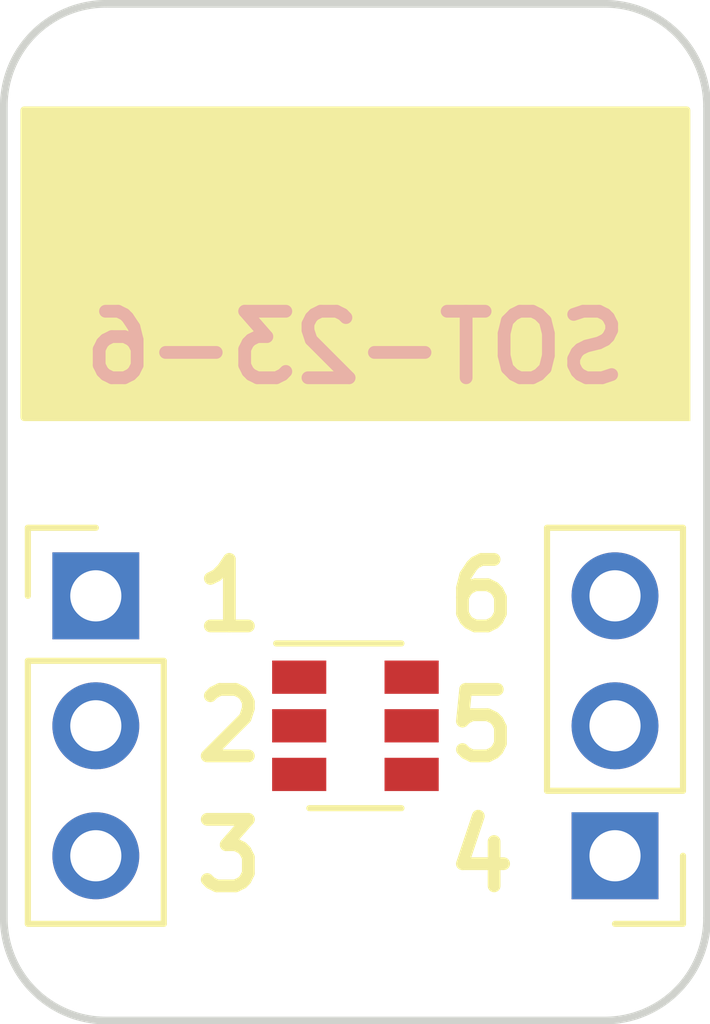
<source format=kicad_pcb>
(kicad_pcb (version 20171130) (host pcbnew 5.1.7-a382d34a8~87~ubuntu20.04.1)

  (general
    (thickness 1)
    (drawings 16)
    (tracks 0)
    (zones 0)
    (modules 3)
    (nets 7)
  )

  (page A4)
  (title_block
    (title BRK-SOT-23-6)
    (rev v1.0)
    (company https://gekkio.fi)
  )

  (layers
    (0 F.Cu signal)
    (31 B.Cu signal)
    (32 B.Adhes user)
    (33 F.Adhes user)
    (34 B.Paste user)
    (35 F.Paste user)
    (36 B.SilkS user)
    (37 F.SilkS user)
    (38 B.Mask user)
    (39 F.Mask user)
    (40 Dwgs.User user)
    (41 Cmts.User user)
    (42 Eco1.User user)
    (43 Eco2.User user)
    (44 Edge.Cuts user)
    (45 Margin user)
    (46 B.CrtYd user)
    (47 F.CrtYd user)
    (48 B.Fab user)
    (49 F.Fab user)
  )

  (setup
    (last_trace_width 0.25)
    (trace_clearance 0.2)
    (zone_clearance 0.508)
    (zone_45_only no)
    (trace_min 0.2)
    (via_size 0.8)
    (via_drill 0.4)
    (via_min_size 0.4)
    (via_min_drill 0.3)
    (uvia_size 0.3)
    (uvia_drill 0.1)
    (uvias_allowed no)
    (uvia_min_size 0.2)
    (uvia_min_drill 0.1)
    (edge_width 0.05)
    (segment_width 0.2)
    (pcb_text_width 0.3)
    (pcb_text_size 1.5 1.5)
    (mod_edge_width 0.12)
    (mod_text_size 1 1)
    (mod_text_width 0.15)
    (pad_size 1.524 1.524)
    (pad_drill 0.762)
    (pad_to_mask_clearance 0)
    (aux_axis_origin 0 0)
    (visible_elements FFFFFF7F)
    (pcbplotparams
      (layerselection 0x010fc_ffffffff)
      (usegerberextensions false)
      (usegerberattributes true)
      (usegerberadvancedattributes true)
      (creategerberjobfile true)
      (excludeedgelayer true)
      (linewidth 0.150000)
      (plotframeref false)
      (viasonmask false)
      (mode 1)
      (useauxorigin false)
      (hpglpennumber 1)
      (hpglpenspeed 20)
      (hpglpendiameter 15.000000)
      (psnegative false)
      (psa4output false)
      (plotreference true)
      (plotvalue true)
      (plotinvisibletext false)
      (padsonsilk false)
      (subtractmaskfromsilk false)
      (outputformat 1)
      (mirror false)
      (drillshape 0)
      (scaleselection 1)
      (outputdirectory "gerber/"))
  )

  (net 0 "")
  (net 1 PIN1)
  (net 2 PIN2)
  (net 3 PIN3)
  (net 4 PIN4)
  (net 5 PIN5)
  (net 6 PIN6)

  (net_class Default "This is the default net class."
    (clearance 0.2)
    (trace_width 0.25)
    (via_dia 0.8)
    (via_drill 0.4)
    (uvia_dia 0.3)
    (uvia_drill 0.1)
    (add_net PIN1)
    (add_net PIN2)
    (add_net PIN3)
    (add_net PIN4)
    (add_net PIN5)
    (add_net PIN6)
  )

  (module PinHeader_1x03_P2.54mm_Vertical (layer F.Cu) (tedit 59FED5CC) (tstamp 5F73AB4D)
    (at 105.08 102.54 180)
    (descr "Through hole straight pin header, 1x03, 2.54mm pitch, single row")
    (tags "Through hole pin header THT 1x03 2.54mm single row")
    (fp_text reference J2 (at 0 -2.33 180) (layer F.SilkS) hide
      (effects (font (size 1 1) (thickness 0.15)))
    )
    (fp_text value PinHeader_1x03_P2.54mm_Vertical (at 0 7.41 180) (layer F.Fab) hide
      (effects (font (size 1 1) (thickness 0.15)))
    )
    (fp_line (start 1.8 -1.8) (end -1.8 -1.8) (layer F.CrtYd) (width 0.05))
    (fp_line (start 1.8 6.85) (end 1.8 -1.8) (layer F.CrtYd) (width 0.05))
    (fp_line (start -1.8 6.85) (end 1.8 6.85) (layer F.CrtYd) (width 0.05))
    (fp_line (start -1.8 -1.8) (end -1.8 6.85) (layer F.CrtYd) (width 0.05))
    (fp_line (start -1.33 -1.33) (end 0 -1.33) (layer F.SilkS) (width 0.12))
    (fp_line (start -1.33 0) (end -1.33 -1.33) (layer F.SilkS) (width 0.12))
    (fp_line (start -1.33 1.27) (end 1.33 1.27) (layer F.SilkS) (width 0.12))
    (fp_line (start 1.33 1.27) (end 1.33 6.41) (layer F.SilkS) (width 0.12))
    (fp_line (start -1.33 1.27) (end -1.33 6.41) (layer F.SilkS) (width 0.12))
    (fp_line (start -1.33 6.41) (end 1.33 6.41) (layer F.SilkS) (width 0.12))
    (fp_line (start -1.27 -0.635) (end -0.635 -1.27) (layer F.Fab) (width 0.1))
    (fp_line (start -1.27 6.35) (end -1.27 -0.635) (layer F.Fab) (width 0.1))
    (fp_line (start 1.27 6.35) (end -1.27 6.35) (layer F.Fab) (width 0.1))
    (fp_line (start 1.27 -1.27) (end 1.27 6.35) (layer F.Fab) (width 0.1))
    (fp_line (start -0.635 -1.27) (end 1.27 -1.27) (layer F.Fab) (width 0.1))
    (fp_text user %R (at 0 2.54 270) (layer F.Fab)
      (effects (font (size 1 1) (thickness 0.15)))
    )
    (pad 3 thru_hole oval (at 0 5.08 180) (size 1.7 1.7) (drill 1) (layers *.Cu *.Mask)
      (net 6 PIN6))
    (pad 2 thru_hole oval (at 0 2.54 180) (size 1.7 1.7) (drill 1) (layers *.Cu *.Mask)
      (net 5 PIN5))
    (pad 1 thru_hole rect (at 0 0 180) (size 1.7 1.7) (drill 1) (layers *.Cu *.Mask)
      (net 4 PIN4))
    (model ${KISYS3DMOD}/Connector_PinHeader_2.54mm.3dshapes/PinHeader_1x03_P2.54mm_Vertical.wrl
      (at (xyz 0 0 0))
      (scale (xyz 1 1 1))
      (rotate (xyz 0 0 0))
    )
  )

  (module PinHeader_1x03_P2.54mm_Vertical (layer F.Cu) (tedit 59FED5CC) (tstamp 5F73AB37)
    (at 94.92 97.46)
    (descr "Through hole straight pin header, 1x03, 2.54mm pitch, single row")
    (tags "Through hole pin header THT 1x03 2.54mm single row")
    (fp_text reference J1 (at 0 -2.33) (layer F.SilkS) hide
      (effects (font (size 1 1) (thickness 0.15)))
    )
    (fp_text value PinHeader_1x03_P2.54mm_Vertical (at 0 7.41) (layer F.Fab) hide
      (effects (font (size 1 1) (thickness 0.15)))
    )
    (fp_line (start 1.8 -1.8) (end -1.8 -1.8) (layer F.CrtYd) (width 0.05))
    (fp_line (start 1.8 6.85) (end 1.8 -1.8) (layer F.CrtYd) (width 0.05))
    (fp_line (start -1.8 6.85) (end 1.8 6.85) (layer F.CrtYd) (width 0.05))
    (fp_line (start -1.8 -1.8) (end -1.8 6.85) (layer F.CrtYd) (width 0.05))
    (fp_line (start -1.33 -1.33) (end 0 -1.33) (layer F.SilkS) (width 0.12))
    (fp_line (start -1.33 0) (end -1.33 -1.33) (layer F.SilkS) (width 0.12))
    (fp_line (start -1.33 1.27) (end 1.33 1.27) (layer F.SilkS) (width 0.12))
    (fp_line (start 1.33 1.27) (end 1.33 6.41) (layer F.SilkS) (width 0.12))
    (fp_line (start -1.33 1.27) (end -1.33 6.41) (layer F.SilkS) (width 0.12))
    (fp_line (start -1.33 6.41) (end 1.33 6.41) (layer F.SilkS) (width 0.12))
    (fp_line (start -1.27 -0.635) (end -0.635 -1.27) (layer F.Fab) (width 0.1))
    (fp_line (start -1.27 6.35) (end -1.27 -0.635) (layer F.Fab) (width 0.1))
    (fp_line (start 1.27 6.35) (end -1.27 6.35) (layer F.Fab) (width 0.1))
    (fp_line (start 1.27 -1.27) (end 1.27 6.35) (layer F.Fab) (width 0.1))
    (fp_line (start -0.635 -1.27) (end 1.27 -1.27) (layer F.Fab) (width 0.1))
    (fp_text user %R (at 0 2.54 90) (layer F.Fab)
      (effects (font (size 1 1) (thickness 0.15)))
    )
    (pad 3 thru_hole oval (at 0 5.08) (size 1.7 1.7) (drill 1) (layers *.Cu *.Mask)
      (net 3 PIN3))
    (pad 2 thru_hole oval (at 0 2.54) (size 1.7 1.7) (drill 1) (layers *.Cu *.Mask)
      (net 2 PIN2))
    (pad 1 thru_hole rect (at 0 0) (size 1.7 1.7) (drill 1) (layers *.Cu *.Mask)
      (net 1 PIN1))
    (model ${KISYS3DMOD}/Connector_PinHeader_2.54mm.3dshapes/PinHeader_1x03_P2.54mm_Vertical.wrl
      (at (xyz 0 0 0))
      (scale (xyz 1 1 1))
      (rotate (xyz 0 0 0))
    )
  )

  (module SOT-23-6 (layer F.Cu) (tedit 5A02FF57) (tstamp 5F73A8F6)
    (at 100 100)
    (descr "6-pin SOT-23 package")
    (tags SOT-23-6)
    (attr smd)
    (fp_text reference U1 (at 0 -2.9) (layer F.SilkS) hide
      (effects (font (size 1 1) (thickness 0.15)))
    )
    (fp_text value SOT-23-6 (at 0 2.9) (layer F.Fab) hide
      (effects (font (size 1 1) (thickness 0.15)))
    )
    (fp_line (start 0.9 -1.55) (end 0.9 1.55) (layer F.Fab) (width 0.1))
    (fp_line (start 0.9 1.55) (end -0.9 1.55) (layer F.Fab) (width 0.1))
    (fp_line (start -0.9 -0.9) (end -0.9 1.55) (layer F.Fab) (width 0.1))
    (fp_line (start 0.9 -1.55) (end -0.25 -1.55) (layer F.Fab) (width 0.1))
    (fp_line (start -0.9 -0.9) (end -0.25 -1.55) (layer F.Fab) (width 0.1))
    (fp_line (start -1.9 -1.8) (end -1.9 1.8) (layer F.CrtYd) (width 0.05))
    (fp_line (start -1.9 1.8) (end 1.9 1.8) (layer F.CrtYd) (width 0.05))
    (fp_line (start 1.9 1.8) (end 1.9 -1.8) (layer F.CrtYd) (width 0.05))
    (fp_line (start 1.9 -1.8) (end -1.9 -1.8) (layer F.CrtYd) (width 0.05))
    (fp_line (start 0.9 -1.61) (end -1.55 -1.61) (layer F.SilkS) (width 0.12))
    (fp_line (start -0.9 1.61) (end 0.9 1.61) (layer F.SilkS) (width 0.12))
    (fp_text user %R (at 0 0 90) (layer F.Fab)
      (effects (font (size 0.5 0.5) (thickness 0.075)))
    )
    (pad 5 smd rect (at 1.1 0) (size 1.06 0.65) (layers F.Cu F.Paste F.Mask)
      (net 5 PIN5))
    (pad 6 smd rect (at 1.1 -0.95) (size 1.06 0.65) (layers F.Cu F.Paste F.Mask)
      (net 6 PIN6))
    (pad 4 smd rect (at 1.1 0.95) (size 1.06 0.65) (layers F.Cu F.Paste F.Mask)
      (net 4 PIN4))
    (pad 3 smd rect (at -1.1 0.95) (size 1.06 0.65) (layers F.Cu F.Paste F.Mask)
      (net 3 PIN3))
    (pad 2 smd rect (at -1.1 0) (size 1.06 0.65) (layers F.Cu F.Paste F.Mask)
      (net 2 PIN2))
    (pad 1 smd rect (at -1.1 -0.95) (size 1.06 0.65) (layers F.Cu F.Paste F.Mask)
      (net 1 PIN1))
    (model ${KISYS3DMOD}/Package_TO_SOT_SMD.3dshapes/SOT-23-6.wrl
      (at (xyz 0 0 0))
      (scale (xyz 1 1 1))
      (rotate (xyz 0 0 0))
    )
  )

  (gr_arc (start 104.88 87.89) (end 104.88 85.89) (angle 90) (layer Edge.Cuts) (width 0.15))
  (gr_arc (start 95.12 87.89) (end 93.12 87.89) (angle 90) (layer Edge.Cuts) (width 0.15))
  (gr_arc (start 95.12 103.76) (end 95.12 105.76) (angle 90) (layer Edge.Cuts) (width 0.15))
  (gr_arc (start 104.88 103.76) (end 106.88 103.76) (angle 90) (layer Edge.Cuts) (width 0.15))
  (gr_line (start 95.12 105.76) (end 104.88 105.76) (layer Edge.Cuts) (width 0.15))
  (gr_line (start 95.12 85.89) (end 104.88 85.89) (layer Edge.Cuts) (width 0.15))
  (gr_line (start 106.88 103.76) (end 106.88 87.89) (layer Edge.Cuts) (width 0.15))
  (gr_line (start 93.12 87.89) (end 93.12 103.76) (layer Edge.Cuts) (width 0.15))
  (gr_text 6 (at 103.25 97.46) (layer F.SilkS)
    (effects (font (size 1.3 1.3) (thickness 0.25)) (justify right))
  )
  (gr_text 5 (at 103.25 100) (layer F.SilkS)
    (effects (font (size 1.3 1.3) (thickness 0.25)) (justify right))
  )
  (gr_text 4 (at 103.25 102.54) (layer F.SilkS)
    (effects (font (size 1.3 1.3) (thickness 0.25)) (justify right))
  )
  (gr_text 3 (at 96.75 102.54) (layer F.SilkS)
    (effects (font (size 1.3 1.3) (thickness 0.25)) (justify left))
  )
  (gr_text 2 (at 96.75 100) (layer F.SilkS)
    (effects (font (size 1.3 1.3) (thickness 0.25)) (justify left))
  )
  (gr_text 1 (at 96.75 97.46) (layer F.SilkS)
    (effects (font (size 1.3 1.3) (thickness 0.25)) (justify left))
  )
  (gr_text SOT-23-6 (at 100 93.37) (layer B.SilkS)
    (effects (font (size 1.3 1.3) (thickness 0.25)) (justify bottom mirror))
  )
  (gr_poly (pts (xy 93.52 87.97) (xy 93.52 93.97) (xy 106.48 93.97) (xy 106.48 87.97)) (layer F.SilkS) (width 0.15))

)

</source>
